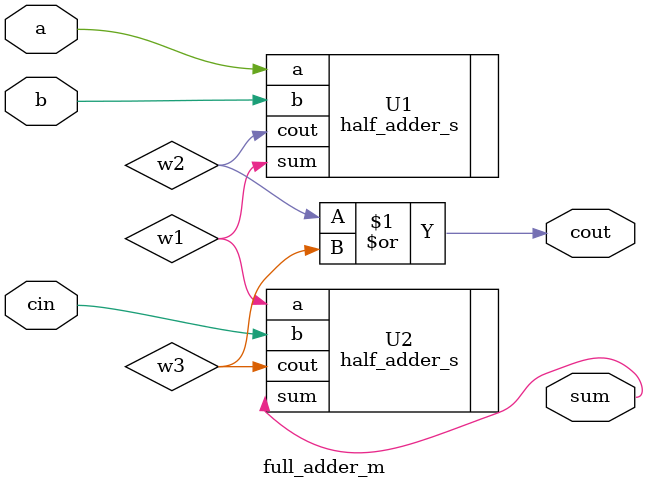
<source format=v>
module full_adder_m(
    input a,
    input b,
    input cin,
    output sum,
    output cout
    );
    
    wire w1, w2, w3;
    
    half_adder_s U1(.a(a), .b(b), .sum(w1), .cout(w2));
    half_adder_s U2(.a(w1), .b(cin), .sum(sum), .cout(w3));
    or U3(cout, w2, w3);
        
endmodule

</source>
